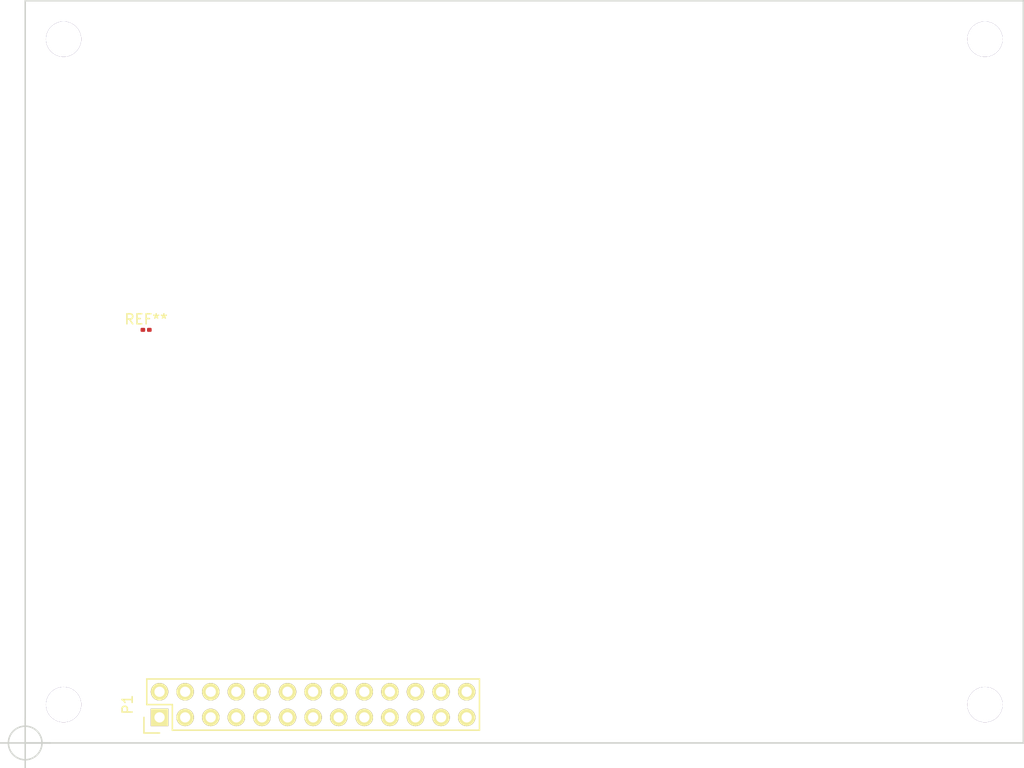
<source format=kicad_pcb>
(kicad_pcb (version 20210126) (generator pcbnew)
  (layers (0 "F.Cu" signal) (31 "B.Cu" signal) (34 "B.Paste" user) (35 "F.Paste" user) (36 "B.SilkS" user "B.Silkscreen") (37 "F.SilkS" user "F.Silkscreen") (38 "B.Mask" user) (39 "F.Mask" user) (44 "Edge.Cuts" user))
  (net 0 "")
  (net 1 "GND")
  (net 2 "+5V")
  (net 3 "+3V3")
  (net 4 "GPIO_SPI_CS#")
  (net 5 "GPIO_UART1_TXD")
  (net 6 "GPIO_SPI_MISO")
  (net 7 "GPIO_UART1_RXD")
  (net 8 "GPIO_SPI_MOSI")
  (net 9 "GPIO_UART1_CTS")
  (net 10 "GPIO_SPI_CLK")
  (net 11 "GPIO_UART1_RTS")
  (net 12 "GPIO_I2C_SCL")
  (net 13 "GPIO_I2S_CLK")
  (net 14 "GPIO_I2C_SDA")
  (net 15 "GPIO_I2S_FRM")
  (net 16 "GPIO_UART2_TXD")
  (net 17 "GPIO_I2S_DO")
  (net 18 "GPIO_UART2_RXD")
  (net 19 "GPIO_I2S_DI")
  (net 20 "GPIO_S5_0")
  (net 21 "GPIO_PWM0")
  (net 22 "GPIO_S5_1")
  (net 23 "GPIO_PWM1")
  (net 24 "GPIO_S5_2")
  (net 25 "I2SMCLK_GPIO")
  (footprint "Pin_Headers:Pin_Header_Straight_2x13" (layer "F.Cu") (at 109.855 142.24 90)
    (fp_text reference "P1" (at 1.27 -3.175 90) (layer "F.SilkS"))
    (fp_text value "CONN_02X13" hide)
    (fp_line (start 3.81 31.75) (end -1.27 31.75) (layer "F.SilkS") (width 0.15))
    (fp_line (start 3.81 -1.27) (end 3.81 31.75) (layer "F.SilkS") (width 0.15))
    (fp_line (start -1.27 1.27) (end -1.27 31.75) (layer "F.SilkS") (width 0.15))
    (fp_line (start -1.55 -1.55) (end -1.55 0) (layer "F.SilkS") (width 0.15))
    (fp_line (start 0 -1.55) (end -1.55 -1.55) (layer "F.SilkS") (width 0.15))
    (fp_line (start 1.27 1.27) (end -1.27 1.27) (layer "F.SilkS") (width 0.15))
    (fp_line (start 3.81 -1.27) (end 1.27 -1.27) (layer "F.SilkS") (width 0.15))
    (fp_line (start 1.27 -1.27) (end 1.27 1.27) (layer "F.SilkS") (width 0.15))
    (pad "1" thru_hole rect (at 0 0 90) (size 1.7272 1.7272) (drill 1.016) (layers *.Cu *.Mask "F.SilkS") (net 1 "GND"))
    (pad "2" thru_hole oval (at 2.54 0 90) (size 1.7272 1.7272) (drill 1.016) (layers *.Cu *.Mask "F.SilkS") (net 1 "GND"))
    (pad "3" thru_hole oval (at 0 2.54 90) (size 1.7272 1.7272) (drill 1.016) (layers *.Cu *.Mask "F.SilkS") (net 2 "+5V"))
    (pad "4" thru_hole oval (at 2.54 2.54 90) (size 1.7272 1.7272) (drill 1.016) (layers *.Cu *.Mask "F.SilkS") (net 3 "+3V3"))
    (pad "5" thru_hole oval (at 0 5.08 90) (size 1.7272 1.7272) (drill 1.016) (layers *.Cu *.Mask "F.SilkS") (net 4 "GPIO_SPI_CS#"))
    (pad "6" thru_hole oval (at 2.54 5.08 90) (size 1.7272 1.7272) (drill 1.016) (layers *.Cu *.Mask "F.SilkS") (net 5 "GPIO_UART1_TXD"))
    (pad "7" thru_hole oval (at 0 7.62 90) (size 1.7272 1.7272) (drill 1.016) (layers *.Cu *.Mask "F.SilkS") (net 6 "GPIO_SPI_MISO"))
    (pad "8" thru_hole oval (at 2.54 7.62 90) (size 1.7272 1.7272) (drill 1.016) (layers *.Cu *.Mask "F.SilkS") (net 7 "GPIO_UART1_RXD"))
    (pad "9" thru_hole oval (at 0 10.16 90) (size 1.7272 1.7272) (drill 1.016) (layers *.Cu *.Mask "F.SilkS") (net 8 "GPIO_SPI_MOSI"))
    (pad "10" thru_hole oval (at 2.54 10.16 90) (size 1.7272 1.7272) (drill 1.016) (layers *.Cu *.Mask "F.SilkS") (net 9 "GPIO_UART1_CTS"))
    (pad "11" thru_hole oval (at 0 12.7 90) (size 1.7272 1.7272) (drill 1.016) (layers *.Cu *.Mask "F.SilkS") (net 10 "GPIO_SPI_CLK"))
    (pad "12" thru_hole oval (at 2.54 12.7 90) (size 1.7272 1.7272) (drill 1.016) (layers *.Cu *.Mask "F.SilkS") (net 11 "GPIO_UART1_RTS"))
    (pad "13" thru_hole oval (at 0 15.24 90) (size 1.7272 1.7272) (drill 1.016) (layers *.Cu *.Mask "F.SilkS") (net 12 "GPIO_I2C_SCL"))
    (pad "14" thru_hole oval (at 2.54 15.24 90) (size 1.7272 1.7272) (drill 1.016) (layers *.Cu *.Mask "F.SilkS") (net 13 "GPIO_I2S_CLK"))
    (pad "15" thru_hole oval (at 0 17.78 90) (size 1.7272 1.7272) (drill 1.016) (layers *.Cu *.Mask "F.SilkS") (net 14 "GPIO_I2C_SDA"))
    (pad "16" thru_hole oval (at 2.54 17.78 90) (size 1.7272 1.7272) (drill 1.016) (layers *.Cu *.Mask "F.SilkS") (net 15 "GPIO_I2S_FRM"))
    (pad "17" thru_hole oval (at 0 20.32 90) (size 1.7272 1.7272) (drill 1.016) (layers *.Cu *.Mask "F.SilkS") (net 16 "GPIO_UART2_TXD"))
    (pad "18" thru_hole oval (at 2.54 20.32 90) (size 1.7272 1.7272) (drill 1.016) (layers *.Cu *.Mask "F.SilkS") (net 17 "GPIO_I2S_DO"))
    (pad "19" thru_hole oval (at 0 22.86 90) (size 1.7272 1.7272) (drill 1.016) (layers *.Cu *.Mask "F.SilkS") (net 18 "GPIO_UART2_RXD"))
    (pad "20" thru_hole oval (at 2.54 22.86 90) (size 1.7272 1.7272) (drill 1.016) (layers *.Cu *.Mask "F.SilkS") (net 19 "GPIO_I2S_DI"))
    (pad "21" thru_hole oval (at 0 25.4 90) (size 1.7272 1.7272) (drill 1.016) (layers *.Cu *.Mask "F.SilkS") (net 20 "GPIO_S5_0"))
    (pad "22" thru_hole oval (at 2.54 25.4 90) (size 1.7272 1.7272) (drill 1.016) (layers *.Cu *.Mask "F.SilkS") (net 21 "GPIO_PWM0"))
    (pad "23" thru_hole oval (at 0 27.94 90) (size 1.7272 1.7272) (drill 1.016) (layers *.Cu *.Mask "F.SilkS") (net 22 "GPIO_S5_1"))
    (pad "24" thru_hole oval (at 2.54 27.94 90) (size 1.7272 1.7272) (drill 1.016) (layers *.Cu *.Mask "F.SilkS") (net 23 "GPIO_PWM1"))
    (pad "25" thru_hole oval (at 0 30.48 90) (size 1.7272 1.7272) (drill 1.016) (layers *.Cu *.Mask "F.SilkS") (net 24 "GPIO_S5_2"))
    (pad "26" thru_hole oval (at 2.54 30.48 90) (size 1.7272 1.7272) (drill 1.016) (layers *.Cu *.Mask "F.SilkS") (net 25 "I2SMCLK_GPIO"))
  )
  (footprint "Mounting_Holes:MountingHole_3-5mm" (layer "F.Cu") (at 191.77 140.97)
    (fp_text reference "MK2" hide)
    (fp_text value "Mounting_Hole" hide)
    (pad "1" thru_hole circle (at 0 0) (size 3.5 3.5) (drill 3.5) (layers))
  )
  (footprint "Mounting_Holes:MountingHole_3-5mm" (layer "F.Cu") (at 100.33 140.97)
    (fp_text reference "MK1" hide)
    (fp_text value "Mounting_Hole" hide)
    (pad "1" thru_hole circle (at 0 0) (size 3.5 3.5) (drill 3.5) (layers))
  )
  (footprint "Mounting_Holes:MountingHole_3-5mm" (layer "F.Cu") (at 100.33 74.93)
    (fp_text reference "MK4" hide)
    (fp_text value "Mounting_Hole" hide)
    (pad "1" thru_hole circle (at 0 0) (size 3.5 3.5) (drill 3.5) (layers))
  )
  (footprint "Mounting_Holes:MountingHole_3-5mm" (layer "F.Cu") (at 191.77 74.93)
    (fp_text reference "MK3" hide)
    (fp_text value "Mounting_Hole" hide)
    (pad "1" thru_hole circle (at 0 0) (size 3.5 3.5) (drill 3.5) (layers))
  )
  (footprint "Resistor_SMD:R_0201_0603Metric" (layer "F.Cu") (at 108.52 103.78)
    (fp_text reference "REF**" (at 0 -1.05) (layer "F.SilkS"))
    (fp_text value "R_0201_0603Metric")
    (pad "1" smd roundrect (at -0.32 0) (size 0.46 0.4) (layers "F.Cu" "F.Mask"))
    (pad "2" smd roundrect (at 0.32 0) (size 0.46 0.4) (layers "F.Cu" "F.Mask"))
  )
  (gr_line (start 195.58 71.12) (end 96.52 71.12) (angle 90) (layer "Edge.Cuts") (width 0.15))
  (gr_line (start 96.52 144.78) (end 195.58 144.78) (angle 90) (layer "Edge.Cuts") (width 0.15))
  (gr_line (start 195.58 144.78) (end 195.58 71.12) (angle 90) (layer "Edge.Cuts") (width 0.15))
  (gr_line (start 96.52 71.12) (end 96.52 144.78) (angle 90) (layer "Edge.Cuts") (width 0.15))
  (target plus (at 96.52 144.78) (size 5) (width 0.15) (layer "Edge.Cuts"))
)
</source>
